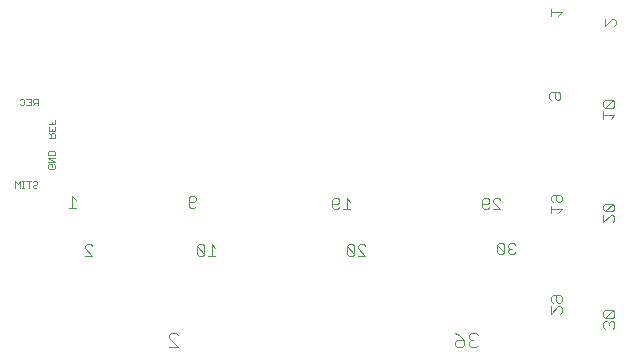
<source format=gbo>
G75*
%MOIN*%
%OFA0B0*%
%FSLAX25Y25*%
%IPPOS*%
%LPD*%
%AMOC8*
5,1,8,0,0,1.08239X$1,22.5*
%
%ADD10C,0.00300*%
%ADD11C,0.00200*%
%ADD12C,0.00400*%
D10*
X0029382Y0037450D02*
X0031851Y0037450D01*
X0029382Y0039919D01*
X0029382Y0040536D01*
X0029999Y0041153D01*
X0031234Y0041153D01*
X0031851Y0040536D01*
X0026351Y0053450D02*
X0023882Y0053450D01*
X0025116Y0053450D02*
X0025116Y0057153D01*
X0026351Y0055919D01*
X0063882Y0056536D02*
X0063882Y0054067D01*
X0064499Y0053450D01*
X0065734Y0053450D01*
X0066351Y0054067D01*
X0065734Y0055302D02*
X0063882Y0055302D01*
X0063882Y0056536D02*
X0064499Y0057153D01*
X0065734Y0057153D01*
X0066351Y0056536D01*
X0066351Y0055919D01*
X0065734Y0055302D01*
X0067316Y0041153D02*
X0066699Y0040536D01*
X0069168Y0038067D01*
X0068550Y0037450D01*
X0067316Y0037450D01*
X0066699Y0038067D01*
X0066699Y0040536D01*
X0067316Y0041153D02*
X0068550Y0041153D01*
X0069168Y0040536D01*
X0069168Y0038067D01*
X0070382Y0037450D02*
X0072851Y0037450D01*
X0071616Y0037450D02*
X0071616Y0041153D01*
X0072851Y0039919D01*
X0111699Y0053567D02*
X0111699Y0056036D01*
X0112316Y0056653D01*
X0113550Y0056653D01*
X0114168Y0056036D01*
X0114168Y0055419D01*
X0113550Y0054802D01*
X0111699Y0054802D01*
X0111699Y0053567D02*
X0112316Y0052950D01*
X0113550Y0052950D01*
X0114168Y0053567D01*
X0115382Y0052950D02*
X0117851Y0052950D01*
X0116616Y0052950D02*
X0116616Y0056653D01*
X0117851Y0055419D01*
X0117316Y0041153D02*
X0116699Y0040536D01*
X0119168Y0038067D01*
X0118550Y0037450D01*
X0117316Y0037450D01*
X0116699Y0038067D01*
X0116699Y0040536D01*
X0117316Y0041153D02*
X0118550Y0041153D01*
X0119168Y0040536D01*
X0119168Y0038067D01*
X0120382Y0037450D02*
X0122851Y0037450D01*
X0120382Y0039919D01*
X0120382Y0040536D01*
X0120999Y0041153D01*
X0122234Y0041153D01*
X0122851Y0040536D01*
X0161699Y0053567D02*
X0161699Y0056036D01*
X0162316Y0056653D01*
X0163550Y0056653D01*
X0164168Y0056036D01*
X0164168Y0055419D01*
X0163550Y0054802D01*
X0161699Y0054802D01*
X0161699Y0053567D02*
X0162316Y0052950D01*
X0163550Y0052950D01*
X0164168Y0053567D01*
X0165382Y0052950D02*
X0167851Y0052950D01*
X0165382Y0055419D01*
X0165382Y0056036D01*
X0165999Y0056653D01*
X0167234Y0056653D01*
X0167851Y0056036D01*
X0184651Y0055884D02*
X0185268Y0055267D01*
X0184651Y0055884D02*
X0184651Y0057118D01*
X0185268Y0057736D01*
X0187737Y0057736D01*
X0188354Y0057118D01*
X0188354Y0055884D01*
X0187737Y0055267D01*
X0187120Y0055267D01*
X0186502Y0055884D01*
X0186502Y0057736D01*
X0184651Y0054052D02*
X0184651Y0051584D01*
X0184651Y0052818D02*
X0188354Y0052818D01*
X0187120Y0051584D01*
X0202151Y0051052D02*
X0202151Y0048584D01*
X0204620Y0051052D01*
X0205237Y0051052D01*
X0205854Y0050435D01*
X0205854Y0049201D01*
X0205237Y0048584D01*
X0205237Y0052267D02*
X0202768Y0052267D01*
X0205237Y0054736D01*
X0202768Y0054736D01*
X0202151Y0054118D01*
X0202151Y0052884D01*
X0202768Y0052267D01*
X0205237Y0052267D02*
X0205854Y0052884D01*
X0205854Y0054118D01*
X0205237Y0054736D01*
X0172851Y0041036D02*
X0172234Y0041653D01*
X0170999Y0041653D01*
X0170382Y0041036D01*
X0170382Y0040419D01*
X0170999Y0039802D01*
X0170382Y0039184D01*
X0170382Y0038567D01*
X0170999Y0037950D01*
X0172234Y0037950D01*
X0172851Y0038567D01*
X0171616Y0039802D02*
X0170999Y0039802D01*
X0169168Y0038567D02*
X0169168Y0041036D01*
X0168550Y0041653D01*
X0167316Y0041653D01*
X0166699Y0041036D01*
X0169168Y0038567D01*
X0168550Y0037950D01*
X0167316Y0037950D01*
X0166699Y0038567D01*
X0166699Y0041036D01*
X0184651Y0023618D02*
X0185268Y0024236D01*
X0187737Y0024236D01*
X0188354Y0023618D01*
X0188354Y0022384D01*
X0187737Y0021767D01*
X0187120Y0021767D01*
X0186502Y0022384D01*
X0186502Y0024236D01*
X0184651Y0023618D02*
X0184651Y0022384D01*
X0185268Y0021767D01*
X0184651Y0020552D02*
X0184651Y0018084D01*
X0187120Y0020552D01*
X0187737Y0020552D01*
X0188354Y0019935D01*
X0188354Y0018701D01*
X0187737Y0018084D01*
X0202151Y0018618D02*
X0202151Y0017384D01*
X0202768Y0016767D01*
X0205237Y0019236D01*
X0202768Y0019236D01*
X0202151Y0018618D01*
X0202768Y0016767D02*
X0205237Y0016767D01*
X0205854Y0017384D01*
X0205854Y0018618D01*
X0205237Y0019236D01*
X0205237Y0015552D02*
X0204620Y0015552D01*
X0204002Y0014935D01*
X0203385Y0015552D01*
X0202768Y0015552D01*
X0202151Y0014935D01*
X0202151Y0013701D01*
X0202768Y0013084D01*
X0204002Y0014318D02*
X0204002Y0014935D01*
X0205237Y0015552D02*
X0205854Y0014935D01*
X0205854Y0013701D01*
X0205237Y0013084D01*
X0204620Y0083084D02*
X0205854Y0084318D01*
X0202151Y0084318D01*
X0202151Y0083084D02*
X0202151Y0085552D01*
X0202768Y0086767D02*
X0202151Y0087384D01*
X0202151Y0088618D01*
X0202768Y0089236D01*
X0205237Y0089236D01*
X0202768Y0086767D01*
X0205237Y0086767D01*
X0205854Y0087384D01*
X0205854Y0088618D01*
X0205237Y0089236D01*
X0187854Y0090067D02*
X0187237Y0089450D01*
X0186620Y0089450D01*
X0186002Y0090067D01*
X0186002Y0091919D01*
X0184768Y0091919D02*
X0187237Y0091919D01*
X0187854Y0091302D01*
X0187854Y0090067D01*
X0184768Y0089450D02*
X0184151Y0090067D01*
X0184151Y0091302D01*
X0184768Y0091919D01*
X0202651Y0113950D02*
X0205120Y0116419D01*
X0205737Y0116419D01*
X0206354Y0115802D01*
X0206354Y0114567D01*
X0205737Y0113950D01*
X0202651Y0113950D02*
X0202651Y0116419D01*
X0188354Y0118501D02*
X0184651Y0118501D01*
X0184651Y0117267D02*
X0184651Y0119736D01*
X0187120Y0117267D02*
X0188354Y0118501D01*
D11*
X0019403Y0082658D02*
X0019403Y0081190D01*
X0017201Y0081190D01*
X0017201Y0080448D02*
X0017201Y0078980D01*
X0019403Y0078980D01*
X0019403Y0080448D01*
X0018302Y0079714D02*
X0018302Y0078980D01*
X0018302Y0078238D02*
X0017935Y0077871D01*
X0017935Y0076770D01*
X0017201Y0076770D02*
X0019403Y0076770D01*
X0019403Y0077871D01*
X0019036Y0078238D01*
X0018302Y0078238D01*
X0017935Y0077504D02*
X0017201Y0078238D01*
X0018302Y0081190D02*
X0018302Y0081924D01*
X0013530Y0087500D02*
X0013530Y0089702D01*
X0012430Y0089702D01*
X0012063Y0089335D01*
X0012063Y0088601D01*
X0012430Y0088234D01*
X0013530Y0088234D01*
X0012796Y0088234D02*
X0012063Y0087500D01*
X0011321Y0087500D02*
X0009853Y0087500D01*
X0009111Y0087867D02*
X0009111Y0089335D01*
X0008744Y0089702D01*
X0008010Y0089702D01*
X0007643Y0089335D01*
X0007643Y0087867D02*
X0008010Y0087500D01*
X0008744Y0087500D01*
X0009111Y0087867D01*
X0010587Y0088601D02*
X0011321Y0088601D01*
X0011321Y0089702D02*
X0011321Y0087500D01*
X0011321Y0089702D02*
X0009853Y0089702D01*
X0017468Y0072288D02*
X0018936Y0072288D01*
X0019303Y0071921D01*
X0019303Y0070820D01*
X0017101Y0070820D01*
X0017101Y0071921D01*
X0017468Y0072288D01*
X0017101Y0070078D02*
X0019303Y0070078D01*
X0019303Y0068610D02*
X0017101Y0068610D01*
X0017468Y0067868D02*
X0018202Y0067868D01*
X0018202Y0067134D01*
X0018936Y0067868D02*
X0019303Y0067501D01*
X0019303Y0066767D01*
X0018936Y0066400D01*
X0017468Y0066400D01*
X0017101Y0066767D01*
X0017101Y0067501D01*
X0017468Y0067868D01*
X0019303Y0068610D02*
X0017101Y0070078D01*
X0013137Y0062202D02*
X0013504Y0061835D01*
X0013504Y0061468D01*
X0013137Y0061101D01*
X0012403Y0061101D01*
X0012036Y0060734D01*
X0012036Y0060367D01*
X0012403Y0060000D01*
X0013137Y0060000D01*
X0013504Y0060367D01*
X0013137Y0062202D02*
X0012403Y0062202D01*
X0012036Y0061835D01*
X0011294Y0062202D02*
X0009826Y0062202D01*
X0010560Y0062202D02*
X0010560Y0060000D01*
X0009084Y0060000D02*
X0008350Y0060000D01*
X0008717Y0060000D02*
X0008717Y0062202D01*
X0009084Y0062202D02*
X0008350Y0062202D01*
X0007611Y0062202D02*
X0006877Y0061468D01*
X0006143Y0062202D01*
X0006143Y0060000D01*
X0007611Y0060000D02*
X0007611Y0062202D01*
D12*
X0057232Y0007000D02*
X0060301Y0007000D01*
X0057232Y0010069D01*
X0057232Y0010837D01*
X0057999Y0011604D01*
X0059533Y0011604D01*
X0060301Y0010837D01*
X0152628Y0011604D02*
X0154162Y0010837D01*
X0155697Y0009302D01*
X0153395Y0009302D01*
X0152628Y0008535D01*
X0152628Y0007767D01*
X0153395Y0007000D01*
X0154930Y0007000D01*
X0155697Y0007767D01*
X0155697Y0009302D01*
X0157232Y0010069D02*
X0157999Y0009302D01*
X0157232Y0008535D01*
X0157232Y0007767D01*
X0157999Y0007000D01*
X0159533Y0007000D01*
X0160301Y0007767D01*
X0158766Y0009302D02*
X0157999Y0009302D01*
X0157232Y0010069D02*
X0157232Y0010837D01*
X0157999Y0011604D01*
X0159533Y0011604D01*
X0160301Y0010837D01*
M02*

</source>
